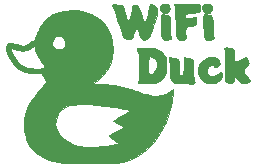
<source format=gbr>
%TF.GenerationSoftware,KiCad,Pcbnew,5.1.7-a382d34a8~88~ubuntu20.04.1*%
%TF.CreationDate,2021-03-20T14:17:19+01:00*%
%TF.ProjectId,WiFiDuck32,57694669-4475-4636-9b33-322e6b696361,2*%
%TF.SameCoordinates,Original*%
%TF.FileFunction,Legend,Top*%
%TF.FilePolarity,Positive*%
%FSLAX46Y46*%
G04 Gerber Fmt 4.6, Leading zero omitted, Abs format (unit mm)*
G04 Created by KiCad (PCBNEW 5.1.7-a382d34a8~88~ubuntu20.04.1) date 2021-03-20 14:17:19*
%MOMM*%
%LPD*%
G01*
G04 APERTURE LIST*
%ADD10C,0.010000*%
G04 APERTURE END LIST*
D10*
%TO.C,G\u002A\u002A\u002A*%
G36*
X52053381Y-29831889D02*
G01*
X52193037Y-29915359D01*
X52269437Y-30046782D01*
X52281666Y-30141511D01*
X52259218Y-30285699D01*
X52201967Y-30421286D01*
X52125050Y-30517047D01*
X52089270Y-30538370D01*
X51936507Y-30566677D01*
X51773321Y-30551627D01*
X51638447Y-30498263D01*
X51609722Y-30475935D01*
X51489292Y-30322108D01*
X51441433Y-30161333D01*
X51467981Y-30008373D01*
X51538909Y-29906576D01*
X51626524Y-29839435D01*
X51734422Y-29808696D01*
X51858333Y-29802667D01*
X52053381Y-29831889D01*
G37*
X52053381Y-29831889D02*
X52193037Y-29915359D01*
X52269437Y-30046782D01*
X52281666Y-30141511D01*
X52259218Y-30285699D01*
X52201967Y-30421286D01*
X52125050Y-30517047D01*
X52089270Y-30538370D01*
X51936507Y-30566677D01*
X51773321Y-30551627D01*
X51638447Y-30498263D01*
X51609722Y-30475935D01*
X51489292Y-30322108D01*
X51441433Y-30161333D01*
X51467981Y-30008373D01*
X51538909Y-29906576D01*
X51626524Y-29839435D01*
X51734422Y-29808696D01*
X51858333Y-29802667D01*
X52053381Y-29831889D01*
G36*
X48455048Y-29831889D02*
G01*
X48594704Y-29915359D01*
X48671103Y-30046782D01*
X48683333Y-30141511D01*
X48660885Y-30285699D01*
X48603634Y-30421286D01*
X48526717Y-30517047D01*
X48490936Y-30538370D01*
X48338173Y-30566677D01*
X48174988Y-30551627D01*
X48040113Y-30498263D01*
X48011389Y-30475935D01*
X47890959Y-30322108D01*
X47843100Y-30161333D01*
X47869648Y-30008373D01*
X47940575Y-29906576D01*
X48028191Y-29839435D01*
X48136089Y-29808696D01*
X48260000Y-29802667D01*
X48455048Y-29831889D01*
G37*
X48455048Y-29831889D02*
X48594704Y-29915359D01*
X48671103Y-30046782D01*
X48683333Y-30141511D01*
X48660885Y-30285699D01*
X48603634Y-30421286D01*
X48526717Y-30517047D01*
X48490936Y-30538370D01*
X48338173Y-30566677D01*
X48174988Y-30551627D01*
X48040113Y-30498263D01*
X48011389Y-30475935D01*
X47890959Y-30322108D01*
X47843100Y-30161333D01*
X47869648Y-30008373D01*
X47940575Y-29906576D01*
X48028191Y-29839435D01*
X48136089Y-29808696D01*
X48260000Y-29802667D01*
X48455048Y-29831889D01*
G36*
X51799579Y-30682197D02*
G01*
X51896251Y-30693750D01*
X52053599Y-30721657D01*
X52159042Y-30772300D01*
X52224334Y-30834520D01*
X52259730Y-30878924D01*
X52285571Y-30926430D01*
X52303358Y-30990333D01*
X52314593Y-31083927D01*
X52320777Y-31220508D01*
X52323411Y-31413371D01*
X52323996Y-31675810D01*
X52324000Y-31717277D01*
X52324951Y-31996434D01*
X52328502Y-32203336D01*
X52335701Y-32350382D01*
X52347593Y-32449969D01*
X52365226Y-32514495D01*
X52389646Y-32556360D01*
X52395413Y-32563077D01*
X52440493Y-32623973D01*
X52430020Y-32673492D01*
X52376762Y-32732052D01*
X52263864Y-32798455D01*
X52106611Y-32836981D01*
X51939406Y-32844363D01*
X51796651Y-32817333D01*
X51747750Y-32791786D01*
X51692316Y-32742205D01*
X51649022Y-32676235D01*
X51616094Y-32583150D01*
X51591762Y-32452220D01*
X51574251Y-32272717D01*
X51561789Y-32033912D01*
X51552605Y-31725078D01*
X51549730Y-31593223D01*
X51542986Y-31287001D01*
X51539462Y-31055541D01*
X51542973Y-30888938D01*
X51557334Y-30777291D01*
X51586360Y-30710697D01*
X51633866Y-30679252D01*
X51703667Y-30673053D01*
X51799579Y-30682197D01*
G37*
X51799579Y-30682197D02*
X51896251Y-30693750D01*
X52053599Y-30721657D01*
X52159042Y-30772300D01*
X52224334Y-30834520D01*
X52259730Y-30878924D01*
X52285571Y-30926430D01*
X52303358Y-30990333D01*
X52314593Y-31083927D01*
X52320777Y-31220508D01*
X52323411Y-31413371D01*
X52323996Y-31675810D01*
X52324000Y-31717277D01*
X52324951Y-31996434D01*
X52328502Y-32203336D01*
X52335701Y-32350382D01*
X52347593Y-32449969D01*
X52365226Y-32514495D01*
X52389646Y-32556360D01*
X52395413Y-32563077D01*
X52440493Y-32623973D01*
X52430020Y-32673492D01*
X52376762Y-32732052D01*
X52263864Y-32798455D01*
X52106611Y-32836981D01*
X51939406Y-32844363D01*
X51796651Y-32817333D01*
X51747750Y-32791786D01*
X51692316Y-32742205D01*
X51649022Y-32676235D01*
X51616094Y-32583150D01*
X51591762Y-32452220D01*
X51574251Y-32272717D01*
X51561789Y-32033912D01*
X51552605Y-31725078D01*
X51549730Y-31593223D01*
X51542986Y-31287001D01*
X51539462Y-31055541D01*
X51542973Y-30888938D01*
X51557334Y-30777291D01*
X51586360Y-30710697D01*
X51633866Y-30679252D01*
X51703667Y-30673053D01*
X51799579Y-30682197D01*
G36*
X51227158Y-29986126D02*
G01*
X51251502Y-30175515D01*
X51220776Y-30334922D01*
X51139186Y-30445128D01*
X51124404Y-30455252D01*
X51042575Y-30483240D01*
X50900798Y-30510036D01*
X50723740Y-30531435D01*
X50636723Y-30538344D01*
X50388293Y-30560522D01*
X50212645Y-30592414D01*
X50098024Y-30639006D01*
X50032677Y-30705287D01*
X50004851Y-30796241D01*
X50003676Y-30806925D01*
X50005091Y-30905077D01*
X50047582Y-30952867D01*
X50100468Y-30970357D01*
X50212370Y-30981513D01*
X50376189Y-30978457D01*
X50560763Y-30963295D01*
X50734930Y-30938129D01*
X50807837Y-30922586D01*
X50883758Y-30912068D01*
X50923237Y-30943921D01*
X50948404Y-31038038D01*
X50950898Y-31051173D01*
X50959193Y-31253813D01*
X50910189Y-31429338D01*
X50811202Y-31558956D01*
X50735177Y-31605114D01*
X50599285Y-31646967D01*
X50469024Y-31665299D01*
X50464684Y-31665333D01*
X50271220Y-31699932D01*
X50114846Y-31796168D01*
X50057070Y-31864973D01*
X50005051Y-32002215D01*
X49989811Y-32171539D01*
X50013435Y-32328535D01*
X50033097Y-32375840D01*
X50076913Y-32513564D01*
X50044431Y-32636918D01*
X49961600Y-32736913D01*
X49823369Y-32822331D01*
X49659293Y-32856540D01*
X49498762Y-32838477D01*
X49371165Y-32767078D01*
X49362842Y-32758583D01*
X49329006Y-32718931D01*
X49301505Y-32673920D01*
X49279270Y-32614162D01*
X49261233Y-32530269D01*
X49246324Y-32412852D01*
X49233475Y-32252524D01*
X49221617Y-32039895D01*
X49209679Y-31765579D01*
X49196595Y-31420186D01*
X49190152Y-31242000D01*
X49178252Y-30929909D01*
X49165885Y-30640056D01*
X49153686Y-30384867D01*
X49142287Y-30176770D01*
X49132324Y-30028191D01*
X49124429Y-29951556D01*
X49124295Y-29950833D01*
X49100234Y-29823833D01*
X51183479Y-29823833D01*
X51227158Y-29986126D01*
G37*
X51227158Y-29986126D02*
X51251502Y-30175515D01*
X51220776Y-30334922D01*
X51139186Y-30445128D01*
X51124404Y-30455252D01*
X51042575Y-30483240D01*
X50900798Y-30510036D01*
X50723740Y-30531435D01*
X50636723Y-30538344D01*
X50388293Y-30560522D01*
X50212645Y-30592414D01*
X50098024Y-30639006D01*
X50032677Y-30705287D01*
X50004851Y-30796241D01*
X50003676Y-30806925D01*
X50005091Y-30905077D01*
X50047582Y-30952867D01*
X50100468Y-30970357D01*
X50212370Y-30981513D01*
X50376189Y-30978457D01*
X50560763Y-30963295D01*
X50734930Y-30938129D01*
X50807837Y-30922586D01*
X50883758Y-30912068D01*
X50923237Y-30943921D01*
X50948404Y-31038038D01*
X50950898Y-31051173D01*
X50959193Y-31253813D01*
X50910189Y-31429338D01*
X50811202Y-31558956D01*
X50735177Y-31605114D01*
X50599285Y-31646967D01*
X50469024Y-31665299D01*
X50464684Y-31665333D01*
X50271220Y-31699932D01*
X50114846Y-31796168D01*
X50057070Y-31864973D01*
X50005051Y-32002215D01*
X49989811Y-32171539D01*
X50013435Y-32328535D01*
X50033097Y-32375840D01*
X50076913Y-32513564D01*
X50044431Y-32636918D01*
X49961600Y-32736913D01*
X49823369Y-32822331D01*
X49659293Y-32856540D01*
X49498762Y-32838477D01*
X49371165Y-32767078D01*
X49362842Y-32758583D01*
X49329006Y-32718931D01*
X49301505Y-32673920D01*
X49279270Y-32614162D01*
X49261233Y-32530269D01*
X49246324Y-32412852D01*
X49233475Y-32252524D01*
X49221617Y-32039895D01*
X49209679Y-31765579D01*
X49196595Y-31420186D01*
X49190152Y-31242000D01*
X49178252Y-30929909D01*
X49165885Y-30640056D01*
X49153686Y-30384867D01*
X49142287Y-30176770D01*
X49132324Y-30028191D01*
X49124429Y-29951556D01*
X49124295Y-29950833D01*
X49100234Y-29823833D01*
X51183479Y-29823833D01*
X51227158Y-29986126D01*
G36*
X48201245Y-30682197D02*
G01*
X48297918Y-30693750D01*
X48455266Y-30721657D01*
X48560709Y-30772300D01*
X48626001Y-30834520D01*
X48661396Y-30878924D01*
X48687237Y-30926430D01*
X48705025Y-30990333D01*
X48716260Y-31083927D01*
X48722444Y-31220508D01*
X48725078Y-31413371D01*
X48725662Y-31675810D01*
X48725666Y-31717277D01*
X48726617Y-31996434D01*
X48730169Y-32203336D01*
X48737367Y-32350382D01*
X48749260Y-32449969D01*
X48766893Y-32514495D01*
X48791313Y-32556360D01*
X48797079Y-32563077D01*
X48842160Y-32623973D01*
X48831687Y-32673492D01*
X48778428Y-32732052D01*
X48665531Y-32798455D01*
X48508278Y-32836981D01*
X48341073Y-32844363D01*
X48198318Y-32817333D01*
X48149417Y-32791786D01*
X48093983Y-32742205D01*
X48050689Y-32676235D01*
X48017761Y-32583150D01*
X47993428Y-32452220D01*
X47975917Y-32272717D01*
X47963456Y-32033912D01*
X47954272Y-31725078D01*
X47951396Y-31593223D01*
X47944653Y-31287001D01*
X47941129Y-31055541D01*
X47944640Y-30888938D01*
X47959001Y-30777291D01*
X47988026Y-30710697D01*
X48035532Y-30679252D01*
X48105334Y-30673053D01*
X48201245Y-30682197D01*
G37*
X48201245Y-30682197D02*
X48297918Y-30693750D01*
X48455266Y-30721657D01*
X48560709Y-30772300D01*
X48626001Y-30834520D01*
X48661396Y-30878924D01*
X48687237Y-30926430D01*
X48705025Y-30990333D01*
X48716260Y-31083927D01*
X48722444Y-31220508D01*
X48725078Y-31413371D01*
X48725662Y-31675810D01*
X48725666Y-31717277D01*
X48726617Y-31996434D01*
X48730169Y-32203336D01*
X48737367Y-32350382D01*
X48749260Y-32449969D01*
X48766893Y-32514495D01*
X48791313Y-32556360D01*
X48797079Y-32563077D01*
X48842160Y-32623973D01*
X48831687Y-32673492D01*
X48778428Y-32732052D01*
X48665531Y-32798455D01*
X48508278Y-32836981D01*
X48341073Y-32844363D01*
X48198318Y-32817333D01*
X48149417Y-32791786D01*
X48093983Y-32742205D01*
X48050689Y-32676235D01*
X48017761Y-32583150D01*
X47993428Y-32452220D01*
X47975917Y-32272717D01*
X47963456Y-32033912D01*
X47954272Y-31725078D01*
X47951396Y-31593223D01*
X47944653Y-31287001D01*
X47941129Y-31055541D01*
X47944640Y-30888938D01*
X47959001Y-30777291D01*
X47988026Y-30710697D01*
X48035532Y-30679252D01*
X48105334Y-30673053D01*
X48201245Y-30682197D01*
G36*
X47151876Y-29788127D02*
G01*
X47290550Y-29853530D01*
X47425997Y-29939068D01*
X47525275Y-30026338D01*
X47531964Y-30034476D01*
X47587701Y-30112296D01*
X47626070Y-30190197D01*
X47645839Y-30278964D01*
X47645774Y-30389380D01*
X47624643Y-30532232D01*
X47581211Y-30718303D01*
X47514247Y-30958378D01*
X47422517Y-31263243D01*
X47373162Y-31423370D01*
X47284789Y-31704583D01*
X47200494Y-31964740D01*
X47124667Y-32190916D01*
X47061699Y-32370183D01*
X47015979Y-32489614D01*
X46997762Y-32528741D01*
X46863351Y-32694595D01*
X46699417Y-32793923D01*
X46520958Y-32820987D01*
X46353162Y-32775309D01*
X46240961Y-32693691D01*
X46179184Y-32597585D01*
X46178930Y-32596667D01*
X46110284Y-32350150D01*
X46056772Y-32172695D01*
X46013888Y-32051009D01*
X45977126Y-31971796D01*
X45955993Y-31938939D01*
X45888865Y-31883544D01*
X45821704Y-31902167D01*
X45752117Y-31997618D01*
X45677710Y-32172707D01*
X45627372Y-32324873D01*
X45568539Y-32496826D01*
X45508587Y-32640441D01*
X45457003Y-32734146D01*
X45438276Y-32754862D01*
X45311326Y-32801076D01*
X45145232Y-32797751D01*
X44967835Y-32747129D01*
X44894500Y-32711088D01*
X44781779Y-32634552D01*
X44723992Y-32550360D01*
X44699086Y-32447201D01*
X44678416Y-32365230D01*
X44632665Y-32215274D01*
X44565683Y-32008917D01*
X44481321Y-31757744D01*
X44383429Y-31473342D01*
X44275856Y-31167294D01*
X44244003Y-31077837D01*
X44136629Y-30776658D01*
X44039085Y-30502084D01*
X43954857Y-30264005D01*
X43887430Y-30072311D01*
X43840289Y-29936889D01*
X43816922Y-29867630D01*
X43815000Y-29860754D01*
X43853322Y-29845154D01*
X43953629Y-29839079D01*
X44093935Y-29841241D01*
X44252251Y-29850353D01*
X44406589Y-29865127D01*
X44534962Y-29884275D01*
X44615381Y-29906511D01*
X44617909Y-29907764D01*
X44672010Y-29939959D01*
X44715163Y-29982045D01*
X44753432Y-30047836D01*
X44792883Y-30151144D01*
X44839582Y-30305780D01*
X44899593Y-30525559D01*
X44915666Y-30585833D01*
X44979417Y-30822425D01*
X45027354Y-30989103D01*
X45064535Y-31098007D01*
X45096015Y-31161276D01*
X45126850Y-31191052D01*
X45162097Y-31199474D01*
X45171318Y-31199667D01*
X45237319Y-31168424D01*
X45285271Y-31066783D01*
X45292471Y-31040917D01*
X45387486Y-30664443D01*
X45465917Y-30328699D01*
X45507923Y-30130750D01*
X45556669Y-29887333D01*
X45725784Y-29887333D01*
X45835743Y-29891393D01*
X45920689Y-29911079D01*
X45989092Y-29957654D01*
X46049423Y-30042380D01*
X46110152Y-30176520D01*
X46179748Y-30371334D01*
X46248952Y-30582939D01*
X46321644Y-30800025D01*
X46390489Y-30989991D01*
X46449469Y-31137341D01*
X46492566Y-31226578D01*
X46505730Y-31244127D01*
X46592075Y-31276877D01*
X46668184Y-31228933D01*
X46728522Y-31104139D01*
X46734042Y-31085590D01*
X46780674Y-30909717D01*
X46830937Y-30701707D01*
X46880623Y-30481348D01*
X46925526Y-30268431D01*
X46961438Y-30082744D01*
X46984151Y-29944078D01*
X46990000Y-29881644D01*
X47006131Y-29793018D01*
X47042916Y-29761263D01*
X47151876Y-29788127D01*
G37*
X47151876Y-29788127D02*
X47290550Y-29853530D01*
X47425997Y-29939068D01*
X47525275Y-30026338D01*
X47531964Y-30034476D01*
X47587701Y-30112296D01*
X47626070Y-30190197D01*
X47645839Y-30278964D01*
X47645774Y-30389380D01*
X47624643Y-30532232D01*
X47581211Y-30718303D01*
X47514247Y-30958378D01*
X47422517Y-31263243D01*
X47373162Y-31423370D01*
X47284789Y-31704583D01*
X47200494Y-31964740D01*
X47124667Y-32190916D01*
X47061699Y-32370183D01*
X47015979Y-32489614D01*
X46997762Y-32528741D01*
X46863351Y-32694595D01*
X46699417Y-32793923D01*
X46520958Y-32820987D01*
X46353162Y-32775309D01*
X46240961Y-32693691D01*
X46179184Y-32597585D01*
X46178930Y-32596667D01*
X46110284Y-32350150D01*
X46056772Y-32172695D01*
X46013888Y-32051009D01*
X45977126Y-31971796D01*
X45955993Y-31938939D01*
X45888865Y-31883544D01*
X45821704Y-31902167D01*
X45752117Y-31997618D01*
X45677710Y-32172707D01*
X45627372Y-32324873D01*
X45568539Y-32496826D01*
X45508587Y-32640441D01*
X45457003Y-32734146D01*
X45438276Y-32754862D01*
X45311326Y-32801076D01*
X45145232Y-32797751D01*
X44967835Y-32747129D01*
X44894500Y-32711088D01*
X44781779Y-32634552D01*
X44723992Y-32550360D01*
X44699086Y-32447201D01*
X44678416Y-32365230D01*
X44632665Y-32215274D01*
X44565683Y-32008917D01*
X44481321Y-31757744D01*
X44383429Y-31473342D01*
X44275856Y-31167294D01*
X44244003Y-31077837D01*
X44136629Y-30776658D01*
X44039085Y-30502084D01*
X43954857Y-30264005D01*
X43887430Y-30072311D01*
X43840289Y-29936889D01*
X43816922Y-29867630D01*
X43815000Y-29860754D01*
X43853322Y-29845154D01*
X43953629Y-29839079D01*
X44093935Y-29841241D01*
X44252251Y-29850353D01*
X44406589Y-29865127D01*
X44534962Y-29884275D01*
X44615381Y-29906511D01*
X44617909Y-29907764D01*
X44672010Y-29939959D01*
X44715163Y-29982045D01*
X44753432Y-30047836D01*
X44792883Y-30151144D01*
X44839582Y-30305780D01*
X44899593Y-30525559D01*
X44915666Y-30585833D01*
X44979417Y-30822425D01*
X45027354Y-30989103D01*
X45064535Y-31098007D01*
X45096015Y-31161276D01*
X45126850Y-31191052D01*
X45162097Y-31199474D01*
X45171318Y-31199667D01*
X45237319Y-31168424D01*
X45285271Y-31066783D01*
X45292471Y-31040917D01*
X45387486Y-30664443D01*
X45465917Y-30328699D01*
X45507923Y-30130750D01*
X45556669Y-29887333D01*
X45725784Y-29887333D01*
X45835743Y-29891393D01*
X45920689Y-29911079D01*
X45989092Y-29957654D01*
X46049423Y-30042380D01*
X46110152Y-30176520D01*
X46179748Y-30371334D01*
X46248952Y-30582939D01*
X46321644Y-30800025D01*
X46390489Y-30989991D01*
X46449469Y-31137341D01*
X46492566Y-31226578D01*
X46505730Y-31244127D01*
X46592075Y-31276877D01*
X46668184Y-31228933D01*
X46728522Y-31104139D01*
X46734042Y-31085590D01*
X46780674Y-30909717D01*
X46830937Y-30701707D01*
X46880623Y-30481348D01*
X46925526Y-30268431D01*
X46961438Y-30082744D01*
X46984151Y-29944078D01*
X46990000Y-29881644D01*
X47006131Y-29793018D01*
X47042916Y-29761263D01*
X47151876Y-29788127D01*
G36*
X53692648Y-33503182D02*
G01*
X53871427Y-33549891D01*
X54015760Y-33617036D01*
X54101120Y-33695861D01*
X54103235Y-33699641D01*
X54121798Y-33775262D01*
X54135999Y-33911040D01*
X54143622Y-34082491D01*
X54144333Y-34153656D01*
X54147002Y-34341714D01*
X54157414Y-34464862D01*
X54179174Y-34542758D01*
X54215887Y-34595056D01*
X54227294Y-34605956D01*
X54296893Y-34649679D01*
X54380954Y-34657213D01*
X54493162Y-34624813D01*
X54647201Y-34548736D01*
X54831616Y-34440618D01*
X54974877Y-34358317D01*
X55091783Y-34300505D01*
X55163314Y-34276240D01*
X55174238Y-34277427D01*
X55225284Y-34340984D01*
X55282154Y-34456713D01*
X55332835Y-34594018D01*
X55365313Y-34722307D01*
X55371070Y-34778665D01*
X55355719Y-34868011D01*
X55299643Y-34961391D01*
X55189844Y-35079072D01*
X55160333Y-35107271D01*
X55045178Y-35222016D01*
X54981133Y-35308484D01*
X54953796Y-35392034D01*
X54948666Y-35479972D01*
X54954404Y-35567959D01*
X54979242Y-35644881D01*
X55034617Y-35729684D01*
X55131965Y-35841313D01*
X55227268Y-35941480D01*
X55356911Y-36078586D01*
X55434909Y-36171578D01*
X55470278Y-36235408D01*
X55472034Y-36285025D01*
X55456694Y-36321948D01*
X55354925Y-36429620D01*
X55200061Y-36498936D01*
X55017020Y-36524435D01*
X54830719Y-36500660D01*
X54758166Y-36474962D01*
X54667356Y-36415130D01*
X54549558Y-36310629D01*
X54429708Y-36183661D01*
X54425576Y-36178842D01*
X54315617Y-36055456D01*
X54242492Y-35990205D01*
X54192415Y-35973359D01*
X54157758Y-35989758D01*
X54115020Y-36073039D01*
X54121100Y-36177709D01*
X54126628Y-36285054D01*
X54080513Y-36362441D01*
X54033960Y-36402674D01*
X53873921Y-36479341D01*
X53701815Y-36479740D01*
X53541033Y-36404483D01*
X53522277Y-36389255D01*
X53403500Y-36287177D01*
X53380109Y-34960505D01*
X53373281Y-34630814D01*
X53365035Y-34326275D01*
X53355817Y-34057781D01*
X53346074Y-33836221D01*
X53336253Y-33672485D01*
X53326801Y-33577465D01*
X53322663Y-33559750D01*
X53312366Y-33516106D01*
X53344907Y-33493914D01*
X53437268Y-33486236D01*
X53503947Y-33485667D01*
X53692648Y-33503182D01*
G37*
X53692648Y-33503182D02*
X53871427Y-33549891D01*
X54015760Y-33617036D01*
X54101120Y-33695861D01*
X54103235Y-33699641D01*
X54121798Y-33775262D01*
X54135999Y-33911040D01*
X54143622Y-34082491D01*
X54144333Y-34153656D01*
X54147002Y-34341714D01*
X54157414Y-34464862D01*
X54179174Y-34542758D01*
X54215887Y-34595056D01*
X54227294Y-34605956D01*
X54296893Y-34649679D01*
X54380954Y-34657213D01*
X54493162Y-34624813D01*
X54647201Y-34548736D01*
X54831616Y-34440618D01*
X54974877Y-34358317D01*
X55091783Y-34300505D01*
X55163314Y-34276240D01*
X55174238Y-34277427D01*
X55225284Y-34340984D01*
X55282154Y-34456713D01*
X55332835Y-34594018D01*
X55365313Y-34722307D01*
X55371070Y-34778665D01*
X55355719Y-34868011D01*
X55299643Y-34961391D01*
X55189844Y-35079072D01*
X55160333Y-35107271D01*
X55045178Y-35222016D01*
X54981133Y-35308484D01*
X54953796Y-35392034D01*
X54948666Y-35479972D01*
X54954404Y-35567959D01*
X54979242Y-35644881D01*
X55034617Y-35729684D01*
X55131965Y-35841313D01*
X55227268Y-35941480D01*
X55356911Y-36078586D01*
X55434909Y-36171578D01*
X55470278Y-36235408D01*
X55472034Y-36285025D01*
X55456694Y-36321948D01*
X55354925Y-36429620D01*
X55200061Y-36498936D01*
X55017020Y-36524435D01*
X54830719Y-36500660D01*
X54758166Y-36474962D01*
X54667356Y-36415130D01*
X54549558Y-36310629D01*
X54429708Y-36183661D01*
X54425576Y-36178842D01*
X54315617Y-36055456D01*
X54242492Y-35990205D01*
X54192415Y-35973359D01*
X54157758Y-35989758D01*
X54115020Y-36073039D01*
X54121100Y-36177709D01*
X54126628Y-36285054D01*
X54080513Y-36362441D01*
X54033960Y-36402674D01*
X53873921Y-36479341D01*
X53701815Y-36479740D01*
X53541033Y-36404483D01*
X53522277Y-36389255D01*
X53403500Y-36287177D01*
X53380109Y-34960505D01*
X53373281Y-34630814D01*
X53365035Y-34326275D01*
X53355817Y-34057781D01*
X53346074Y-33836221D01*
X53336253Y-33672485D01*
X53326801Y-33577465D01*
X53322663Y-33559750D01*
X53312366Y-33516106D01*
X53344907Y-33493914D01*
X53437268Y-33486236D01*
X53503947Y-33485667D01*
X53692648Y-33503182D01*
G36*
X52486230Y-34325526D02*
G01*
X52687390Y-34409309D01*
X52833151Y-34533912D01*
X52904810Y-34679821D01*
X52912305Y-34833222D01*
X52863821Y-34973689D01*
X52767543Y-35080800D01*
X52631659Y-35134130D01*
X52591564Y-35136667D01*
X52491993Y-35128329D01*
X52460939Y-35098324D01*
X52466061Y-35073812D01*
X52455101Y-35007423D01*
X52384718Y-34957810D01*
X52280035Y-34937239D01*
X52203640Y-34945705D01*
X52041795Y-35026122D01*
X51919698Y-35164772D01*
X51848146Y-35340322D01*
X51837939Y-35531439D01*
X51859199Y-35626124D01*
X51943696Y-35780833D01*
X52077275Y-35870043D01*
X52267163Y-35898667D01*
X52450176Y-35883667D01*
X52603619Y-35829878D01*
X52758660Y-35724112D01*
X52834333Y-35658689D01*
X52935526Y-35570022D01*
X52995301Y-35532339D01*
X53034319Y-35539051D01*
X53072603Y-35582717D01*
X53118926Y-35710383D01*
X53105755Y-35870314D01*
X53041475Y-36044164D01*
X52934469Y-36213588D01*
X52793119Y-36360239D01*
X52682072Y-36437361D01*
X52514499Y-36498239D01*
X52298586Y-36529470D01*
X52065749Y-36529827D01*
X51847402Y-36498083D01*
X51762997Y-36473267D01*
X51505261Y-36341944D01*
X51310986Y-36154576D01*
X51180173Y-35911162D01*
X51112822Y-35611703D01*
X51110379Y-35587526D01*
X51118947Y-35268864D01*
X51201474Y-34974702D01*
X51351563Y-34716555D01*
X51562818Y-34505934D01*
X51785015Y-34373184D01*
X52013176Y-34304110D01*
X52254203Y-34289342D01*
X52486230Y-34325526D01*
G37*
X52486230Y-34325526D02*
X52687390Y-34409309D01*
X52833151Y-34533912D01*
X52904810Y-34679821D01*
X52912305Y-34833222D01*
X52863821Y-34973689D01*
X52767543Y-35080800D01*
X52631659Y-35134130D01*
X52591564Y-35136667D01*
X52491993Y-35128329D01*
X52460939Y-35098324D01*
X52466061Y-35073812D01*
X52455101Y-35007423D01*
X52384718Y-34957810D01*
X52280035Y-34937239D01*
X52203640Y-34945705D01*
X52041795Y-35026122D01*
X51919698Y-35164772D01*
X51848146Y-35340322D01*
X51837939Y-35531439D01*
X51859199Y-35626124D01*
X51943696Y-35780833D01*
X52077275Y-35870043D01*
X52267163Y-35898667D01*
X52450176Y-35883667D01*
X52603619Y-35829878D01*
X52758660Y-35724112D01*
X52834333Y-35658689D01*
X52935526Y-35570022D01*
X52995301Y-35532339D01*
X53034319Y-35539051D01*
X53072603Y-35582717D01*
X53118926Y-35710383D01*
X53105755Y-35870314D01*
X53041475Y-36044164D01*
X52934469Y-36213588D01*
X52793119Y-36360239D01*
X52682072Y-36437361D01*
X52514499Y-36498239D01*
X52298586Y-36529470D01*
X52065749Y-36529827D01*
X51847402Y-36498083D01*
X51762997Y-36473267D01*
X51505261Y-36341944D01*
X51310986Y-36154576D01*
X51180173Y-35911162D01*
X51112822Y-35611703D01*
X51110379Y-35587526D01*
X51118947Y-35268864D01*
X51201474Y-34974702D01*
X51351563Y-34716555D01*
X51562818Y-34505934D01*
X51785015Y-34373184D01*
X52013176Y-34304110D01*
X52254203Y-34289342D01*
X52486230Y-34325526D01*
G36*
X46400077Y-33509504D02*
G01*
X46577250Y-33514024D01*
X46886186Y-33526073D01*
X47159727Y-33545156D01*
X47380928Y-33569807D01*
X47521821Y-33595687D01*
X47803359Y-33703454D01*
X48048627Y-33870154D01*
X48239297Y-34081944D01*
X48299871Y-34183307D01*
X48344776Y-34277012D01*
X48375184Y-34364524D01*
X48393834Y-34465346D01*
X48403467Y-34598978D01*
X48406822Y-34784921D01*
X48406929Y-34945307D01*
X48398813Y-35267295D01*
X48373380Y-35522276D01*
X48326567Y-35726867D01*
X48254312Y-35897684D01*
X48152553Y-36051343D01*
X48129550Y-36079966D01*
X47986298Y-36231398D01*
X47832571Y-36341040D01*
X47650039Y-36416455D01*
X47420372Y-36465203D01*
X47125241Y-36494846D01*
X47123642Y-36494954D01*
X46888103Y-36509149D01*
X46646169Y-36520897D01*
X46431682Y-36528687D01*
X46318312Y-36530955D01*
X46159149Y-36531152D01*
X46068604Y-36524736D01*
X46030636Y-36506388D01*
X46029207Y-36470784D01*
X46039391Y-36438417D01*
X46048988Y-36371317D01*
X46058863Y-36232021D01*
X46068487Y-36032995D01*
X46077333Y-35786707D01*
X46084871Y-35505623D01*
X46089876Y-35247363D01*
X46093545Y-35018290D01*
X46867386Y-35018290D01*
X46870362Y-35136667D01*
X46879978Y-35394684D01*
X46893818Y-35577215D01*
X46917359Y-35693432D01*
X46956084Y-35752503D01*
X47015471Y-35763602D01*
X47101001Y-35735898D01*
X47199788Y-35687958D01*
X47392154Y-35544917D01*
X47526484Y-35348204D01*
X47597729Y-35110184D01*
X47600838Y-34843221D01*
X47584853Y-34745032D01*
X47506035Y-34517179D01*
X47379507Y-34357368D01*
X47207490Y-34267676D01*
X47052375Y-34247667D01*
X46977640Y-34274553D01*
X46922982Y-34359151D01*
X46887194Y-34507368D01*
X46869065Y-34725112D01*
X46867386Y-35018290D01*
X46093545Y-35018290D01*
X46107428Y-34151560D01*
X45998381Y-33908570D01*
X45932566Y-33761139D01*
X45893136Y-33653857D01*
X45888899Y-33580717D01*
X45928665Y-33535717D01*
X46021244Y-33512851D01*
X46175445Y-33506115D01*
X46400077Y-33509504D01*
G37*
X46400077Y-33509504D02*
X46577250Y-33514024D01*
X46886186Y-33526073D01*
X47159727Y-33545156D01*
X47380928Y-33569807D01*
X47521821Y-33595687D01*
X47803359Y-33703454D01*
X48048627Y-33870154D01*
X48239297Y-34081944D01*
X48299871Y-34183307D01*
X48344776Y-34277012D01*
X48375184Y-34364524D01*
X48393834Y-34465346D01*
X48403467Y-34598978D01*
X48406822Y-34784921D01*
X48406929Y-34945307D01*
X48398813Y-35267295D01*
X48373380Y-35522276D01*
X48326567Y-35726867D01*
X48254312Y-35897684D01*
X48152553Y-36051343D01*
X48129550Y-36079966D01*
X47986298Y-36231398D01*
X47832571Y-36341040D01*
X47650039Y-36416455D01*
X47420372Y-36465203D01*
X47125241Y-36494846D01*
X47123642Y-36494954D01*
X46888103Y-36509149D01*
X46646169Y-36520897D01*
X46431682Y-36528687D01*
X46318312Y-36530955D01*
X46159149Y-36531152D01*
X46068604Y-36524736D01*
X46030636Y-36506388D01*
X46029207Y-36470784D01*
X46039391Y-36438417D01*
X46048988Y-36371317D01*
X46058863Y-36232021D01*
X46068487Y-36032995D01*
X46077333Y-35786707D01*
X46084871Y-35505623D01*
X46089876Y-35247363D01*
X46093545Y-35018290D01*
X46867386Y-35018290D01*
X46870362Y-35136667D01*
X46879978Y-35394684D01*
X46893818Y-35577215D01*
X46917359Y-35693432D01*
X46956084Y-35752503D01*
X47015471Y-35763602D01*
X47101001Y-35735898D01*
X47199788Y-35687958D01*
X47392154Y-35544917D01*
X47526484Y-35348204D01*
X47597729Y-35110184D01*
X47600838Y-34843221D01*
X47584853Y-34745032D01*
X47506035Y-34517179D01*
X47379507Y-34357368D01*
X47207490Y-34267676D01*
X47052375Y-34247667D01*
X46977640Y-34274553D01*
X46922982Y-34359151D01*
X46887194Y-34507368D01*
X46869065Y-34725112D01*
X46867386Y-35018290D01*
X46093545Y-35018290D01*
X46107428Y-34151560D01*
X45998381Y-33908570D01*
X45932566Y-33761139D01*
X45893136Y-33653857D01*
X45888899Y-33580717D01*
X45928665Y-33535717D01*
X46021244Y-33512851D01*
X46175445Y-33506115D01*
X46400077Y-33509504D01*
G36*
X50165568Y-34340571D02*
G01*
X50387827Y-34377006D01*
X50535985Y-34445335D01*
X50651833Y-34531685D01*
X50675870Y-35352759D01*
X50686745Y-35640688D01*
X50701022Y-35892277D01*
X50717693Y-36094708D01*
X50735747Y-36235162D01*
X50749954Y-36293006D01*
X50785613Y-36387758D01*
X50800000Y-36444961D01*
X50762435Y-36494138D01*
X50668789Y-36535878D01*
X50547630Y-36564315D01*
X50427530Y-36573577D01*
X50337058Y-36557799D01*
X50316623Y-36544250D01*
X50264796Y-36532711D01*
X50144668Y-36523046D01*
X49972597Y-36516095D01*
X49764942Y-36512699D01*
X49699107Y-36512500D01*
X49427249Y-36509197D01*
X49225146Y-36495594D01*
X49078020Y-36466145D01*
X48971093Y-36415305D01*
X48889588Y-36337531D01*
X48818726Y-36227278D01*
X48789166Y-36171101D01*
X48759478Y-36104174D01*
X48737040Y-36027343D01*
X48720544Y-35927299D01*
X48708681Y-35790733D01*
X48700139Y-35604335D01*
X48693611Y-35354797D01*
X48690014Y-35163419D01*
X48675529Y-34322338D01*
X48975985Y-34339315D01*
X49150565Y-34354724D01*
X49265163Y-34381549D01*
X49344346Y-34426753D01*
X49371470Y-34451405D01*
X49408722Y-34493049D01*
X49434378Y-34540622D01*
X49450255Y-34609159D01*
X49458167Y-34713695D01*
X49459929Y-34869265D01*
X49457356Y-35090906D01*
X49456318Y-35154241D01*
X49454011Y-35418223D01*
X49459486Y-35608614D01*
X49476040Y-35736372D01*
X49506968Y-35812455D01*
X49555564Y-35847820D01*
X49625124Y-35853424D01*
X49665253Y-35849000D01*
X49751983Y-35816598D01*
X49817280Y-35741449D01*
X49863469Y-35614862D01*
X49892873Y-35428147D01*
X49907817Y-35172615D01*
X49910934Y-34930495D01*
X49911000Y-34322157D01*
X50165568Y-34340571D01*
G37*
X50165568Y-34340571D02*
X50387827Y-34377006D01*
X50535985Y-34445335D01*
X50651833Y-34531685D01*
X50675870Y-35352759D01*
X50686745Y-35640688D01*
X50701022Y-35892277D01*
X50717693Y-36094708D01*
X50735747Y-36235162D01*
X50749954Y-36293006D01*
X50785613Y-36387758D01*
X50800000Y-36444961D01*
X50762435Y-36494138D01*
X50668789Y-36535878D01*
X50547630Y-36564315D01*
X50427530Y-36573577D01*
X50337058Y-36557799D01*
X50316623Y-36544250D01*
X50264796Y-36532711D01*
X50144668Y-36523046D01*
X49972597Y-36516095D01*
X49764942Y-36512699D01*
X49699107Y-36512500D01*
X49427249Y-36509197D01*
X49225146Y-36495594D01*
X49078020Y-36466145D01*
X48971093Y-36415305D01*
X48889588Y-36337531D01*
X48818726Y-36227278D01*
X48789166Y-36171101D01*
X48759478Y-36104174D01*
X48737040Y-36027343D01*
X48720544Y-35927299D01*
X48708681Y-35790733D01*
X48700139Y-35604335D01*
X48693611Y-35354797D01*
X48690014Y-35163419D01*
X48675529Y-34322338D01*
X48975985Y-34339315D01*
X49150565Y-34354724D01*
X49265163Y-34381549D01*
X49344346Y-34426753D01*
X49371470Y-34451405D01*
X49408722Y-34493049D01*
X49434378Y-34540622D01*
X49450255Y-34609159D01*
X49458167Y-34713695D01*
X49459929Y-34869265D01*
X49457356Y-35090906D01*
X49456318Y-35154241D01*
X49454011Y-35418223D01*
X49459486Y-35608614D01*
X49476040Y-35736372D01*
X49506968Y-35812455D01*
X49555564Y-35847820D01*
X49625124Y-35853424D01*
X49665253Y-35849000D01*
X49751983Y-35816598D01*
X49817280Y-35741449D01*
X49863469Y-35614862D01*
X49892873Y-35428147D01*
X49907817Y-35172615D01*
X49910934Y-34930495D01*
X49911000Y-34322157D01*
X50165568Y-34340571D01*
G36*
X40871361Y-30350177D02*
G01*
X41218257Y-30397115D01*
X41509926Y-30456651D01*
X41775685Y-30536843D01*
X42044852Y-30645747D01*
X42185166Y-30711210D01*
X42606076Y-30959304D01*
X42970082Y-31268145D01*
X43275030Y-31633895D01*
X43518765Y-32052719D01*
X43699131Y-32520780D01*
X43813974Y-33034240D01*
X43861140Y-33589263D01*
X43862274Y-33697333D01*
X43829099Y-34205989D01*
X43728541Y-34671878D01*
X43557726Y-35100068D01*
X43313778Y-35495631D01*
X42993819Y-35863634D01*
X42594973Y-36209146D01*
X42329191Y-36399339D01*
X42084317Y-36563768D01*
X42896742Y-36590458D01*
X43293992Y-36607657D01*
X43650518Y-36633608D01*
X43982557Y-36671535D01*
X44306344Y-36724663D01*
X44638116Y-36796216D01*
X44994111Y-36889417D01*
X45390564Y-37007492D01*
X45843712Y-37153664D01*
X46006658Y-37208012D01*
X46284947Y-37299174D01*
X46555679Y-37383797D01*
X46801779Y-37456848D01*
X47006167Y-37513293D01*
X47151767Y-37548098D01*
X47175963Y-37552655D01*
X47583840Y-37582156D01*
X47976679Y-37528464D01*
X48352339Y-37392065D01*
X48645839Y-37218998D01*
X48803028Y-37108945D01*
X48901664Y-37045410D01*
X48953908Y-37028347D01*
X48971921Y-37057715D01*
X48967863Y-37133469D01*
X48957970Y-37217880D01*
X48849282Y-37977047D01*
X48702312Y-38678855D01*
X48518796Y-39316074D01*
X48340132Y-39790349D01*
X48033325Y-40424124D01*
X47674308Y-41007704D01*
X47268111Y-41535946D01*
X46819765Y-42003706D01*
X46334303Y-42405843D01*
X45816755Y-42737213D01*
X45272154Y-42992675D01*
X45169666Y-43030908D01*
X45032065Y-43079246D01*
X44904781Y-43120421D01*
X44779909Y-43154989D01*
X44649540Y-43183506D01*
X44505769Y-43206526D01*
X44340689Y-43224607D01*
X44146392Y-43238303D01*
X43914973Y-43248170D01*
X43638524Y-43254764D01*
X43309139Y-43258640D01*
X42918911Y-43260355D01*
X42459933Y-43260463D01*
X41924298Y-43259521D01*
X41916859Y-43259504D01*
X41473252Y-43257855D01*
X41048260Y-43255010D01*
X40650707Y-43251116D01*
X40289417Y-43246315D01*
X39973214Y-43240752D01*
X39710924Y-43234573D01*
X39511369Y-43227921D01*
X39383375Y-43220940D01*
X39349686Y-43217478D01*
X38772413Y-43099772D01*
X38254159Y-42922779D01*
X37792265Y-42685219D01*
X37384074Y-42385808D01*
X37141313Y-42152109D01*
X36904856Y-41871218D01*
X36720988Y-41582664D01*
X36571217Y-41255217D01*
X36509215Y-41084500D01*
X36437822Y-40806732D01*
X36389272Y-40476183D01*
X36364875Y-40121363D01*
X36365313Y-39976853D01*
X39021835Y-39976853D01*
X39080622Y-40291940D01*
X39206492Y-40599920D01*
X39397041Y-40893338D01*
X39649863Y-41164740D01*
X39962551Y-41406672D01*
X40332702Y-41611679D01*
X40428333Y-41653930D01*
X40670375Y-41745229D01*
X40914841Y-41812780D01*
X41178479Y-41858858D01*
X41478034Y-41885737D01*
X41830255Y-41895690D01*
X42185166Y-41892508D01*
X42517278Y-41881751D01*
X42827624Y-41864521D01*
X43096962Y-41842203D01*
X43306049Y-41816180D01*
X43349333Y-41808763D01*
X43609317Y-41758261D01*
X43847020Y-41708007D01*
X44049643Y-41661088D01*
X44204388Y-41620593D01*
X44298457Y-41589610D01*
X44321490Y-41574176D01*
X44287983Y-41542454D01*
X44197763Y-41473591D01*
X44064434Y-41377605D01*
X43901597Y-41264518D01*
X43895014Y-41260020D01*
X43717361Y-41137146D01*
X43601538Y-41051492D01*
X43538420Y-40994080D01*
X43518885Y-40955935D01*
X43533809Y-40928080D01*
X43547273Y-40917883D01*
X43610577Y-40880215D01*
X43733409Y-40811151D01*
X43900574Y-40719098D01*
X44096871Y-40612460D01*
X44196000Y-40559088D01*
X44396212Y-40450777D01*
X44570007Y-40355192D01*
X44703634Y-40280018D01*
X44783340Y-40232940D01*
X44798861Y-40222165D01*
X44775492Y-40193255D01*
X44688964Y-40136235D01*
X44552687Y-40059129D01*
X44380069Y-39969961D01*
X44364944Y-39962475D01*
X44186594Y-39872148D01*
X44039855Y-39793398D01*
X43939372Y-39734403D01*
X43899786Y-39703343D01*
X43899666Y-39702595D01*
X43934757Y-39673489D01*
X44032785Y-39609527D01*
X44182885Y-39517346D01*
X44374191Y-39403582D01*
X44595838Y-39274871D01*
X44662558Y-39236657D01*
X44929561Y-39082357D01*
X45127137Y-38963641D01*
X45260834Y-38876754D01*
X45336197Y-38817942D01*
X45358773Y-38783452D01*
X45348355Y-38772509D01*
X45227582Y-38738741D01*
X45034692Y-38698250D01*
X44781813Y-38652731D01*
X44481077Y-38603881D01*
X44144614Y-38553393D01*
X43784551Y-38502964D01*
X43413021Y-38454288D01*
X43042152Y-38409061D01*
X42684074Y-38368977D01*
X42350917Y-38335732D01*
X42054811Y-38311021D01*
X42037000Y-38309741D01*
X41498705Y-38282767D01*
X41032764Y-38284830D01*
X40631475Y-38317406D01*
X40287136Y-38381969D01*
X39992045Y-38479994D01*
X39738501Y-38612957D01*
X39518802Y-38782331D01*
X39505634Y-38794520D01*
X39272032Y-39063492D01*
X39115135Y-39355174D01*
X39032538Y-39662113D01*
X39021835Y-39976853D01*
X36365313Y-39976853D01*
X36365939Y-39770780D01*
X36393770Y-39452944D01*
X36426389Y-39279244D01*
X36553998Y-38861545D01*
X36734820Y-38449421D01*
X36975336Y-38030983D01*
X37282029Y-37594340D01*
X37484638Y-37338000D01*
X37733503Y-37031572D01*
X37928821Y-36785294D01*
X38073074Y-36595840D01*
X38168746Y-36459887D01*
X38218319Y-36374109D01*
X38227000Y-36344050D01*
X38205023Y-36286279D01*
X38146404Y-36178172D01*
X38062106Y-36039407D01*
X38025916Y-35983182D01*
X37824833Y-35675617D01*
X37380333Y-35682901D01*
X36901244Y-35659815D01*
X36473833Y-35572423D01*
X36092150Y-35418451D01*
X35750244Y-35195621D01*
X35498089Y-34962789D01*
X35301688Y-34724584D01*
X35135289Y-34463931D01*
X35002868Y-34193698D01*
X34908400Y-33926754D01*
X34855862Y-33675965D01*
X34851615Y-33534001D01*
X35253323Y-33534001D01*
X35274904Y-33694896D01*
X35344109Y-33952073D01*
X35476743Y-34223835D01*
X35658381Y-34491500D01*
X35874595Y-34736384D01*
X36110958Y-34939803D01*
X36343482Y-35078756D01*
X36639954Y-35185643D01*
X36965454Y-35254227D01*
X37296342Y-35282825D01*
X37608980Y-35269753D01*
X37879728Y-35213330D01*
X37938029Y-35192281D01*
X38039022Y-35143131D01*
X38095607Y-35098630D01*
X38100000Y-35087678D01*
X38076527Y-35039287D01*
X38012823Y-34938169D01*
X37918958Y-34799701D01*
X37818824Y-34658358D01*
X37618082Y-34364936D01*
X37472776Y-34114431D01*
X37376019Y-33892451D01*
X37320924Y-33684604D01*
X37307736Y-33590385D01*
X37289251Y-33458332D01*
X37267102Y-33365005D01*
X37252325Y-33336877D01*
X37204188Y-33349777D01*
X37116027Y-33404089D01*
X37057292Y-33448162D01*
X36916404Y-33550177D01*
X36764941Y-33645199D01*
X36724166Y-33667683D01*
X36522252Y-33733891D01*
X36266591Y-33755154D01*
X35974920Y-33731890D01*
X35664979Y-33664519D01*
X35586578Y-33640788D01*
X35253323Y-33534001D01*
X34851615Y-33534001D01*
X34849227Y-33454199D01*
X34892474Y-33274324D01*
X34949140Y-33186047D01*
X35031538Y-33129279D01*
X35150666Y-33108776D01*
X35317197Y-33125174D01*
X35541809Y-33179109D01*
X35714877Y-33231667D01*
X35980983Y-33309235D01*
X36191024Y-33347277D01*
X36365245Y-33342944D01*
X36523891Y-33293386D01*
X36687207Y-33195756D01*
X36845073Y-33072632D01*
X36884241Y-33043526D01*
X38730957Y-33043526D01*
X38752449Y-33251038D01*
X38845235Y-33442529D01*
X38867716Y-33471388D01*
X39005463Y-33576440D01*
X39185055Y-33630587D01*
X39378886Y-33631351D01*
X39559349Y-33576254D01*
X39620334Y-33538952D01*
X39711868Y-33447149D01*
X39796254Y-33324006D01*
X39808282Y-33301177D01*
X39865080Y-33110489D01*
X39840163Y-32926554D01*
X39732381Y-32744366D01*
X39662580Y-32667619D01*
X39562330Y-32572799D01*
X39483685Y-32525799D01*
X39390381Y-32513385D01*
X39261014Y-32521085D01*
X39102699Y-32543855D01*
X38992056Y-32589787D01*
X38898511Y-32667616D01*
X38779922Y-32841787D01*
X38730957Y-33043526D01*
X36884241Y-33043526D01*
X36973093Y-32977500D01*
X37093932Y-32906249D01*
X37164435Y-32879029D01*
X37234873Y-32853062D01*
X37281626Y-32795202D01*
X37319900Y-32683101D01*
X37333061Y-32631219D01*
X37374786Y-32498517D01*
X37444323Y-32317247D01*
X37530933Y-32114221D01*
X37599027Y-31967145D01*
X37710126Y-31747256D01*
X37813393Y-31575379D01*
X37930191Y-31421289D01*
X38081881Y-31254758D01*
X38156161Y-31178852D01*
X38341818Y-30999431D01*
X38502039Y-30866511D01*
X38663821Y-30760112D01*
X38854158Y-30660256D01*
X38862000Y-30656475D01*
X39349160Y-30467108D01*
X39863024Y-30355640D01*
X40407067Y-30321543D01*
X40871361Y-30350177D01*
G37*
X40871361Y-30350177D02*
X41218257Y-30397115D01*
X41509926Y-30456651D01*
X41775685Y-30536843D01*
X42044852Y-30645747D01*
X42185166Y-30711210D01*
X42606076Y-30959304D01*
X42970082Y-31268145D01*
X43275030Y-31633895D01*
X43518765Y-32052719D01*
X43699131Y-32520780D01*
X43813974Y-33034240D01*
X43861140Y-33589263D01*
X43862274Y-33697333D01*
X43829099Y-34205989D01*
X43728541Y-34671878D01*
X43557726Y-35100068D01*
X43313778Y-35495631D01*
X42993819Y-35863634D01*
X42594973Y-36209146D01*
X42329191Y-36399339D01*
X42084317Y-36563768D01*
X42896742Y-36590458D01*
X43293992Y-36607657D01*
X43650518Y-36633608D01*
X43982557Y-36671535D01*
X44306344Y-36724663D01*
X44638116Y-36796216D01*
X44994111Y-36889417D01*
X45390564Y-37007492D01*
X45843712Y-37153664D01*
X46006658Y-37208012D01*
X46284947Y-37299174D01*
X46555679Y-37383797D01*
X46801779Y-37456848D01*
X47006167Y-37513293D01*
X47151767Y-37548098D01*
X47175963Y-37552655D01*
X47583840Y-37582156D01*
X47976679Y-37528464D01*
X48352339Y-37392065D01*
X48645839Y-37218998D01*
X48803028Y-37108945D01*
X48901664Y-37045410D01*
X48953908Y-37028347D01*
X48971921Y-37057715D01*
X48967863Y-37133469D01*
X48957970Y-37217880D01*
X48849282Y-37977047D01*
X48702312Y-38678855D01*
X48518796Y-39316074D01*
X48340132Y-39790349D01*
X48033325Y-40424124D01*
X47674308Y-41007704D01*
X47268111Y-41535946D01*
X46819765Y-42003706D01*
X46334303Y-42405843D01*
X45816755Y-42737213D01*
X45272154Y-42992675D01*
X45169666Y-43030908D01*
X45032065Y-43079246D01*
X44904781Y-43120421D01*
X44779909Y-43154989D01*
X44649540Y-43183506D01*
X44505769Y-43206526D01*
X44340689Y-43224607D01*
X44146392Y-43238303D01*
X43914973Y-43248170D01*
X43638524Y-43254764D01*
X43309139Y-43258640D01*
X42918911Y-43260355D01*
X42459933Y-43260463D01*
X41924298Y-43259521D01*
X41916859Y-43259504D01*
X41473252Y-43257855D01*
X41048260Y-43255010D01*
X40650707Y-43251116D01*
X40289417Y-43246315D01*
X39973214Y-43240752D01*
X39710924Y-43234573D01*
X39511369Y-43227921D01*
X39383375Y-43220940D01*
X39349686Y-43217478D01*
X38772413Y-43099772D01*
X38254159Y-42922779D01*
X37792265Y-42685219D01*
X37384074Y-42385808D01*
X37141313Y-42152109D01*
X36904856Y-41871218D01*
X36720988Y-41582664D01*
X36571217Y-41255217D01*
X36509215Y-41084500D01*
X36437822Y-40806732D01*
X36389272Y-40476183D01*
X36364875Y-40121363D01*
X36365313Y-39976853D01*
X39021835Y-39976853D01*
X39080622Y-40291940D01*
X39206492Y-40599920D01*
X39397041Y-40893338D01*
X39649863Y-41164740D01*
X39962551Y-41406672D01*
X40332702Y-41611679D01*
X40428333Y-41653930D01*
X40670375Y-41745229D01*
X40914841Y-41812780D01*
X41178479Y-41858858D01*
X41478034Y-41885737D01*
X41830255Y-41895690D01*
X42185166Y-41892508D01*
X42517278Y-41881751D01*
X42827624Y-41864521D01*
X43096962Y-41842203D01*
X43306049Y-41816180D01*
X43349333Y-41808763D01*
X43609317Y-41758261D01*
X43847020Y-41708007D01*
X44049643Y-41661088D01*
X44204388Y-41620593D01*
X44298457Y-41589610D01*
X44321490Y-41574176D01*
X44287983Y-41542454D01*
X44197763Y-41473591D01*
X44064434Y-41377605D01*
X43901597Y-41264518D01*
X43895014Y-41260020D01*
X43717361Y-41137146D01*
X43601538Y-41051492D01*
X43538420Y-40994080D01*
X43518885Y-40955935D01*
X43533809Y-40928080D01*
X43547273Y-40917883D01*
X43610577Y-40880215D01*
X43733409Y-40811151D01*
X43900574Y-40719098D01*
X44096871Y-40612460D01*
X44196000Y-40559088D01*
X44396212Y-40450777D01*
X44570007Y-40355192D01*
X44703634Y-40280018D01*
X44783340Y-40232940D01*
X44798861Y-40222165D01*
X44775492Y-40193255D01*
X44688964Y-40136235D01*
X44552687Y-40059129D01*
X44380069Y-39969961D01*
X44364944Y-39962475D01*
X44186594Y-39872148D01*
X44039855Y-39793398D01*
X43939372Y-39734403D01*
X43899786Y-39703343D01*
X43899666Y-39702595D01*
X43934757Y-39673489D01*
X44032785Y-39609527D01*
X44182885Y-39517346D01*
X44374191Y-39403582D01*
X44595838Y-39274871D01*
X44662558Y-39236657D01*
X44929561Y-39082357D01*
X45127137Y-38963641D01*
X45260834Y-38876754D01*
X45336197Y-38817942D01*
X45358773Y-38783452D01*
X45348355Y-38772509D01*
X45227582Y-38738741D01*
X45034692Y-38698250D01*
X44781813Y-38652731D01*
X44481077Y-38603881D01*
X44144614Y-38553393D01*
X43784551Y-38502964D01*
X43413021Y-38454288D01*
X43042152Y-38409061D01*
X42684074Y-38368977D01*
X42350917Y-38335732D01*
X42054811Y-38311021D01*
X42037000Y-38309741D01*
X41498705Y-38282767D01*
X41032764Y-38284830D01*
X40631475Y-38317406D01*
X40287136Y-38381969D01*
X39992045Y-38479994D01*
X39738501Y-38612957D01*
X39518802Y-38782331D01*
X39505634Y-38794520D01*
X39272032Y-39063492D01*
X39115135Y-39355174D01*
X39032538Y-39662113D01*
X39021835Y-39976853D01*
X36365313Y-39976853D01*
X36365939Y-39770780D01*
X36393770Y-39452944D01*
X36426389Y-39279244D01*
X36553998Y-38861545D01*
X36734820Y-38449421D01*
X36975336Y-38030983D01*
X37282029Y-37594340D01*
X37484638Y-37338000D01*
X37733503Y-37031572D01*
X37928821Y-36785294D01*
X38073074Y-36595840D01*
X38168746Y-36459887D01*
X38218319Y-36374109D01*
X38227000Y-36344050D01*
X38205023Y-36286279D01*
X38146404Y-36178172D01*
X38062106Y-36039407D01*
X38025916Y-35983182D01*
X37824833Y-35675617D01*
X37380333Y-35682901D01*
X36901244Y-35659815D01*
X36473833Y-35572423D01*
X36092150Y-35418451D01*
X35750244Y-35195621D01*
X35498089Y-34962789D01*
X35301688Y-34724584D01*
X35135289Y-34463931D01*
X35002868Y-34193698D01*
X34908400Y-33926754D01*
X34855862Y-33675965D01*
X34851615Y-33534001D01*
X35253323Y-33534001D01*
X35274904Y-33694896D01*
X35344109Y-33952073D01*
X35476743Y-34223835D01*
X35658381Y-34491500D01*
X35874595Y-34736384D01*
X36110958Y-34939803D01*
X36343482Y-35078756D01*
X36639954Y-35185643D01*
X36965454Y-35254227D01*
X37296342Y-35282825D01*
X37608980Y-35269753D01*
X37879728Y-35213330D01*
X37938029Y-35192281D01*
X38039022Y-35143131D01*
X38095607Y-35098630D01*
X38100000Y-35087678D01*
X38076527Y-35039287D01*
X38012823Y-34938169D01*
X37918958Y-34799701D01*
X37818824Y-34658358D01*
X37618082Y-34364936D01*
X37472776Y-34114431D01*
X37376019Y-33892451D01*
X37320924Y-33684604D01*
X37307736Y-33590385D01*
X37289251Y-33458332D01*
X37267102Y-33365005D01*
X37252325Y-33336877D01*
X37204188Y-33349777D01*
X37116027Y-33404089D01*
X37057292Y-33448162D01*
X36916404Y-33550177D01*
X36764941Y-33645199D01*
X36724166Y-33667683D01*
X36522252Y-33733891D01*
X36266591Y-33755154D01*
X35974920Y-33731890D01*
X35664979Y-33664519D01*
X35586578Y-33640788D01*
X35253323Y-33534001D01*
X34851615Y-33534001D01*
X34849227Y-33454199D01*
X34892474Y-33274324D01*
X34949140Y-33186047D01*
X35031538Y-33129279D01*
X35150666Y-33108776D01*
X35317197Y-33125174D01*
X35541809Y-33179109D01*
X35714877Y-33231667D01*
X35980983Y-33309235D01*
X36191024Y-33347277D01*
X36365245Y-33342944D01*
X36523891Y-33293386D01*
X36687207Y-33195756D01*
X36845073Y-33072632D01*
X36884241Y-33043526D01*
X38730957Y-33043526D01*
X38752449Y-33251038D01*
X38845235Y-33442529D01*
X38867716Y-33471388D01*
X39005463Y-33576440D01*
X39185055Y-33630587D01*
X39378886Y-33631351D01*
X39559349Y-33576254D01*
X39620334Y-33538952D01*
X39711868Y-33447149D01*
X39796254Y-33324006D01*
X39808282Y-33301177D01*
X39865080Y-33110489D01*
X39840163Y-32926554D01*
X39732381Y-32744366D01*
X39662580Y-32667619D01*
X39562330Y-32572799D01*
X39483685Y-32525799D01*
X39390381Y-32513385D01*
X39261014Y-32521085D01*
X39102699Y-32543855D01*
X38992056Y-32589787D01*
X38898511Y-32667616D01*
X38779922Y-32841787D01*
X38730957Y-33043526D01*
X36884241Y-33043526D01*
X36973093Y-32977500D01*
X37093932Y-32906249D01*
X37164435Y-32879029D01*
X37234873Y-32853062D01*
X37281626Y-32795202D01*
X37319900Y-32683101D01*
X37333061Y-32631219D01*
X37374786Y-32498517D01*
X37444323Y-32317247D01*
X37530933Y-32114221D01*
X37599027Y-31967145D01*
X37710126Y-31747256D01*
X37813393Y-31575379D01*
X37930191Y-31421289D01*
X38081881Y-31254758D01*
X38156161Y-31178852D01*
X38341818Y-30999431D01*
X38502039Y-30866511D01*
X38663821Y-30760112D01*
X38854158Y-30660256D01*
X38862000Y-30656475D01*
X39349160Y-30467108D01*
X39863024Y-30355640D01*
X40407067Y-30321543D01*
X40871361Y-30350177D01*
%TD*%
M02*

</source>
